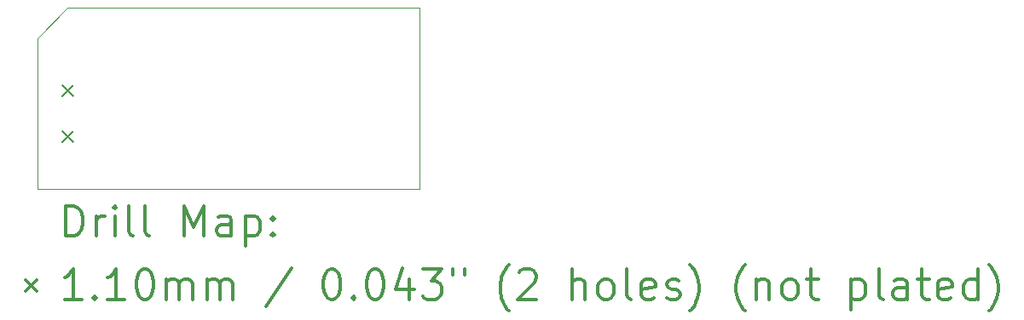
<source format=gbr>
%FSLAX45Y45*%
G04 Gerber Fmt 4.5, Leading zero omitted, Abs format (unit mm)*
G04 Created by KiCad (PCBNEW 5.1.6+dfsg1-1~bpo9+1) date 2022-04-04 20:26:02*
%MOMM*%
%LPD*%
G01*
G04 APERTURE LIST*
%TA.AperFunction,Profile*%
%ADD10C,0.050000*%
%TD*%
%ADD11C,0.200000*%
%ADD12C,0.300000*%
G04 APERTURE END LIST*
D10*
X10000000Y-8000000D02*
X10300000Y-7700000D01*
X13800000Y-9500000D02*
X13800000Y-7700000D01*
X10000000Y-9500000D02*
X13800000Y-9500000D01*
X10000000Y-8000000D02*
X10000000Y-9500000D01*
X10300000Y-7700000D02*
X13800000Y-7700000D01*
D11*
X10248900Y-8465300D02*
X10358900Y-8575300D01*
X10358900Y-8465300D02*
X10248900Y-8575300D01*
X10248900Y-8925300D02*
X10358900Y-9035300D01*
X10358900Y-8925300D02*
X10248900Y-9035300D01*
D12*
X10283928Y-9968214D02*
X10283928Y-9668214D01*
X10355357Y-9668214D01*
X10398214Y-9682500D01*
X10426786Y-9711072D01*
X10441071Y-9739643D01*
X10455357Y-9796786D01*
X10455357Y-9839643D01*
X10441071Y-9896786D01*
X10426786Y-9925357D01*
X10398214Y-9953929D01*
X10355357Y-9968214D01*
X10283928Y-9968214D01*
X10583928Y-9968214D02*
X10583928Y-9768214D01*
X10583928Y-9825357D02*
X10598214Y-9796786D01*
X10612500Y-9782500D01*
X10641071Y-9768214D01*
X10669643Y-9768214D01*
X10769643Y-9968214D02*
X10769643Y-9768214D01*
X10769643Y-9668214D02*
X10755357Y-9682500D01*
X10769643Y-9696786D01*
X10783928Y-9682500D01*
X10769643Y-9668214D01*
X10769643Y-9696786D01*
X10955357Y-9968214D02*
X10926786Y-9953929D01*
X10912500Y-9925357D01*
X10912500Y-9668214D01*
X11112500Y-9968214D02*
X11083928Y-9953929D01*
X11069643Y-9925357D01*
X11069643Y-9668214D01*
X11455357Y-9968214D02*
X11455357Y-9668214D01*
X11555357Y-9882500D01*
X11655357Y-9668214D01*
X11655357Y-9968214D01*
X11926786Y-9968214D02*
X11926786Y-9811072D01*
X11912500Y-9782500D01*
X11883928Y-9768214D01*
X11826786Y-9768214D01*
X11798214Y-9782500D01*
X11926786Y-9953929D02*
X11898214Y-9968214D01*
X11826786Y-9968214D01*
X11798214Y-9953929D01*
X11783928Y-9925357D01*
X11783928Y-9896786D01*
X11798214Y-9868214D01*
X11826786Y-9853929D01*
X11898214Y-9853929D01*
X11926786Y-9839643D01*
X12069643Y-9768214D02*
X12069643Y-10068214D01*
X12069643Y-9782500D02*
X12098214Y-9768214D01*
X12155357Y-9768214D01*
X12183928Y-9782500D01*
X12198214Y-9796786D01*
X12212500Y-9825357D01*
X12212500Y-9911072D01*
X12198214Y-9939643D01*
X12183928Y-9953929D01*
X12155357Y-9968214D01*
X12098214Y-9968214D01*
X12069643Y-9953929D01*
X12341071Y-9939643D02*
X12355357Y-9953929D01*
X12341071Y-9968214D01*
X12326786Y-9953929D01*
X12341071Y-9939643D01*
X12341071Y-9968214D01*
X12341071Y-9782500D02*
X12355357Y-9796786D01*
X12341071Y-9811072D01*
X12326786Y-9796786D01*
X12341071Y-9782500D01*
X12341071Y-9811072D01*
X9887500Y-10407500D02*
X9997500Y-10517500D01*
X9997500Y-10407500D02*
X9887500Y-10517500D01*
X10441071Y-10598214D02*
X10269643Y-10598214D01*
X10355357Y-10598214D02*
X10355357Y-10298214D01*
X10326786Y-10341072D01*
X10298214Y-10369643D01*
X10269643Y-10383929D01*
X10569643Y-10569643D02*
X10583928Y-10583929D01*
X10569643Y-10598214D01*
X10555357Y-10583929D01*
X10569643Y-10569643D01*
X10569643Y-10598214D01*
X10869643Y-10598214D02*
X10698214Y-10598214D01*
X10783928Y-10598214D02*
X10783928Y-10298214D01*
X10755357Y-10341072D01*
X10726786Y-10369643D01*
X10698214Y-10383929D01*
X11055357Y-10298214D02*
X11083928Y-10298214D01*
X11112500Y-10312500D01*
X11126786Y-10326786D01*
X11141071Y-10355357D01*
X11155357Y-10412500D01*
X11155357Y-10483929D01*
X11141071Y-10541072D01*
X11126786Y-10569643D01*
X11112500Y-10583929D01*
X11083928Y-10598214D01*
X11055357Y-10598214D01*
X11026786Y-10583929D01*
X11012500Y-10569643D01*
X10998214Y-10541072D01*
X10983928Y-10483929D01*
X10983928Y-10412500D01*
X10998214Y-10355357D01*
X11012500Y-10326786D01*
X11026786Y-10312500D01*
X11055357Y-10298214D01*
X11283928Y-10598214D02*
X11283928Y-10398214D01*
X11283928Y-10426786D02*
X11298214Y-10412500D01*
X11326786Y-10398214D01*
X11369643Y-10398214D01*
X11398214Y-10412500D01*
X11412500Y-10441072D01*
X11412500Y-10598214D01*
X11412500Y-10441072D02*
X11426786Y-10412500D01*
X11455357Y-10398214D01*
X11498214Y-10398214D01*
X11526786Y-10412500D01*
X11541071Y-10441072D01*
X11541071Y-10598214D01*
X11683928Y-10598214D02*
X11683928Y-10398214D01*
X11683928Y-10426786D02*
X11698214Y-10412500D01*
X11726786Y-10398214D01*
X11769643Y-10398214D01*
X11798214Y-10412500D01*
X11812500Y-10441072D01*
X11812500Y-10598214D01*
X11812500Y-10441072D02*
X11826786Y-10412500D01*
X11855357Y-10398214D01*
X11898214Y-10398214D01*
X11926786Y-10412500D01*
X11941071Y-10441072D01*
X11941071Y-10598214D01*
X12526786Y-10283929D02*
X12269643Y-10669643D01*
X12912500Y-10298214D02*
X12941071Y-10298214D01*
X12969643Y-10312500D01*
X12983928Y-10326786D01*
X12998214Y-10355357D01*
X13012500Y-10412500D01*
X13012500Y-10483929D01*
X12998214Y-10541072D01*
X12983928Y-10569643D01*
X12969643Y-10583929D01*
X12941071Y-10598214D01*
X12912500Y-10598214D01*
X12883928Y-10583929D01*
X12869643Y-10569643D01*
X12855357Y-10541072D01*
X12841071Y-10483929D01*
X12841071Y-10412500D01*
X12855357Y-10355357D01*
X12869643Y-10326786D01*
X12883928Y-10312500D01*
X12912500Y-10298214D01*
X13141071Y-10569643D02*
X13155357Y-10583929D01*
X13141071Y-10598214D01*
X13126786Y-10583929D01*
X13141071Y-10569643D01*
X13141071Y-10598214D01*
X13341071Y-10298214D02*
X13369643Y-10298214D01*
X13398214Y-10312500D01*
X13412500Y-10326786D01*
X13426786Y-10355357D01*
X13441071Y-10412500D01*
X13441071Y-10483929D01*
X13426786Y-10541072D01*
X13412500Y-10569643D01*
X13398214Y-10583929D01*
X13369643Y-10598214D01*
X13341071Y-10598214D01*
X13312500Y-10583929D01*
X13298214Y-10569643D01*
X13283928Y-10541072D01*
X13269643Y-10483929D01*
X13269643Y-10412500D01*
X13283928Y-10355357D01*
X13298214Y-10326786D01*
X13312500Y-10312500D01*
X13341071Y-10298214D01*
X13698214Y-10398214D02*
X13698214Y-10598214D01*
X13626786Y-10283929D02*
X13555357Y-10498214D01*
X13741071Y-10498214D01*
X13826786Y-10298214D02*
X14012500Y-10298214D01*
X13912500Y-10412500D01*
X13955357Y-10412500D01*
X13983928Y-10426786D01*
X13998214Y-10441072D01*
X14012500Y-10469643D01*
X14012500Y-10541072D01*
X13998214Y-10569643D01*
X13983928Y-10583929D01*
X13955357Y-10598214D01*
X13869643Y-10598214D01*
X13841071Y-10583929D01*
X13826786Y-10569643D01*
X14126786Y-10298214D02*
X14126786Y-10355357D01*
X14241071Y-10298214D02*
X14241071Y-10355357D01*
X14683928Y-10712500D02*
X14669643Y-10698214D01*
X14641071Y-10655357D01*
X14626786Y-10626786D01*
X14612500Y-10583929D01*
X14598214Y-10512500D01*
X14598214Y-10455357D01*
X14612500Y-10383929D01*
X14626786Y-10341072D01*
X14641071Y-10312500D01*
X14669643Y-10269643D01*
X14683928Y-10255357D01*
X14783928Y-10326786D02*
X14798214Y-10312500D01*
X14826786Y-10298214D01*
X14898214Y-10298214D01*
X14926786Y-10312500D01*
X14941071Y-10326786D01*
X14955357Y-10355357D01*
X14955357Y-10383929D01*
X14941071Y-10426786D01*
X14769643Y-10598214D01*
X14955357Y-10598214D01*
X15312500Y-10598214D02*
X15312500Y-10298214D01*
X15441071Y-10598214D02*
X15441071Y-10441072D01*
X15426786Y-10412500D01*
X15398214Y-10398214D01*
X15355357Y-10398214D01*
X15326786Y-10412500D01*
X15312500Y-10426786D01*
X15626786Y-10598214D02*
X15598214Y-10583929D01*
X15583928Y-10569643D01*
X15569643Y-10541072D01*
X15569643Y-10455357D01*
X15583928Y-10426786D01*
X15598214Y-10412500D01*
X15626786Y-10398214D01*
X15669643Y-10398214D01*
X15698214Y-10412500D01*
X15712500Y-10426786D01*
X15726786Y-10455357D01*
X15726786Y-10541072D01*
X15712500Y-10569643D01*
X15698214Y-10583929D01*
X15669643Y-10598214D01*
X15626786Y-10598214D01*
X15898214Y-10598214D02*
X15869643Y-10583929D01*
X15855357Y-10555357D01*
X15855357Y-10298214D01*
X16126786Y-10583929D02*
X16098214Y-10598214D01*
X16041071Y-10598214D01*
X16012500Y-10583929D01*
X15998214Y-10555357D01*
X15998214Y-10441072D01*
X16012500Y-10412500D01*
X16041071Y-10398214D01*
X16098214Y-10398214D01*
X16126786Y-10412500D01*
X16141071Y-10441072D01*
X16141071Y-10469643D01*
X15998214Y-10498214D01*
X16255357Y-10583929D02*
X16283928Y-10598214D01*
X16341071Y-10598214D01*
X16369643Y-10583929D01*
X16383928Y-10555357D01*
X16383928Y-10541072D01*
X16369643Y-10512500D01*
X16341071Y-10498214D01*
X16298214Y-10498214D01*
X16269643Y-10483929D01*
X16255357Y-10455357D01*
X16255357Y-10441072D01*
X16269643Y-10412500D01*
X16298214Y-10398214D01*
X16341071Y-10398214D01*
X16369643Y-10412500D01*
X16483928Y-10712500D02*
X16498214Y-10698214D01*
X16526786Y-10655357D01*
X16541071Y-10626786D01*
X16555357Y-10583929D01*
X16569643Y-10512500D01*
X16569643Y-10455357D01*
X16555357Y-10383929D01*
X16541071Y-10341072D01*
X16526786Y-10312500D01*
X16498214Y-10269643D01*
X16483928Y-10255357D01*
X17026786Y-10712500D02*
X17012500Y-10698214D01*
X16983928Y-10655357D01*
X16969643Y-10626786D01*
X16955357Y-10583929D01*
X16941071Y-10512500D01*
X16941071Y-10455357D01*
X16955357Y-10383929D01*
X16969643Y-10341072D01*
X16983928Y-10312500D01*
X17012500Y-10269643D01*
X17026786Y-10255357D01*
X17141071Y-10398214D02*
X17141071Y-10598214D01*
X17141071Y-10426786D02*
X17155357Y-10412500D01*
X17183928Y-10398214D01*
X17226786Y-10398214D01*
X17255357Y-10412500D01*
X17269643Y-10441072D01*
X17269643Y-10598214D01*
X17455357Y-10598214D02*
X17426786Y-10583929D01*
X17412500Y-10569643D01*
X17398214Y-10541072D01*
X17398214Y-10455357D01*
X17412500Y-10426786D01*
X17426786Y-10412500D01*
X17455357Y-10398214D01*
X17498214Y-10398214D01*
X17526786Y-10412500D01*
X17541071Y-10426786D01*
X17555357Y-10455357D01*
X17555357Y-10541072D01*
X17541071Y-10569643D01*
X17526786Y-10583929D01*
X17498214Y-10598214D01*
X17455357Y-10598214D01*
X17641071Y-10398214D02*
X17755357Y-10398214D01*
X17683928Y-10298214D02*
X17683928Y-10555357D01*
X17698214Y-10583929D01*
X17726786Y-10598214D01*
X17755357Y-10598214D01*
X18083928Y-10398214D02*
X18083928Y-10698214D01*
X18083928Y-10412500D02*
X18112500Y-10398214D01*
X18169643Y-10398214D01*
X18198214Y-10412500D01*
X18212500Y-10426786D01*
X18226786Y-10455357D01*
X18226786Y-10541072D01*
X18212500Y-10569643D01*
X18198214Y-10583929D01*
X18169643Y-10598214D01*
X18112500Y-10598214D01*
X18083928Y-10583929D01*
X18398214Y-10598214D02*
X18369643Y-10583929D01*
X18355357Y-10555357D01*
X18355357Y-10298214D01*
X18641071Y-10598214D02*
X18641071Y-10441072D01*
X18626786Y-10412500D01*
X18598214Y-10398214D01*
X18541071Y-10398214D01*
X18512500Y-10412500D01*
X18641071Y-10583929D02*
X18612500Y-10598214D01*
X18541071Y-10598214D01*
X18512500Y-10583929D01*
X18498214Y-10555357D01*
X18498214Y-10526786D01*
X18512500Y-10498214D01*
X18541071Y-10483929D01*
X18612500Y-10483929D01*
X18641071Y-10469643D01*
X18741071Y-10398214D02*
X18855357Y-10398214D01*
X18783928Y-10298214D02*
X18783928Y-10555357D01*
X18798214Y-10583929D01*
X18826786Y-10598214D01*
X18855357Y-10598214D01*
X19069643Y-10583929D02*
X19041071Y-10598214D01*
X18983928Y-10598214D01*
X18955357Y-10583929D01*
X18941071Y-10555357D01*
X18941071Y-10441072D01*
X18955357Y-10412500D01*
X18983928Y-10398214D01*
X19041071Y-10398214D01*
X19069643Y-10412500D01*
X19083928Y-10441072D01*
X19083928Y-10469643D01*
X18941071Y-10498214D01*
X19341071Y-10598214D02*
X19341071Y-10298214D01*
X19341071Y-10583929D02*
X19312500Y-10598214D01*
X19255357Y-10598214D01*
X19226786Y-10583929D01*
X19212500Y-10569643D01*
X19198214Y-10541072D01*
X19198214Y-10455357D01*
X19212500Y-10426786D01*
X19226786Y-10412500D01*
X19255357Y-10398214D01*
X19312500Y-10398214D01*
X19341071Y-10412500D01*
X19455357Y-10712500D02*
X19469643Y-10698214D01*
X19498214Y-10655357D01*
X19512500Y-10626786D01*
X19526786Y-10583929D01*
X19541071Y-10512500D01*
X19541071Y-10455357D01*
X19526786Y-10383929D01*
X19512500Y-10341072D01*
X19498214Y-10312500D01*
X19469643Y-10269643D01*
X19455357Y-10255357D01*
M02*

</source>
